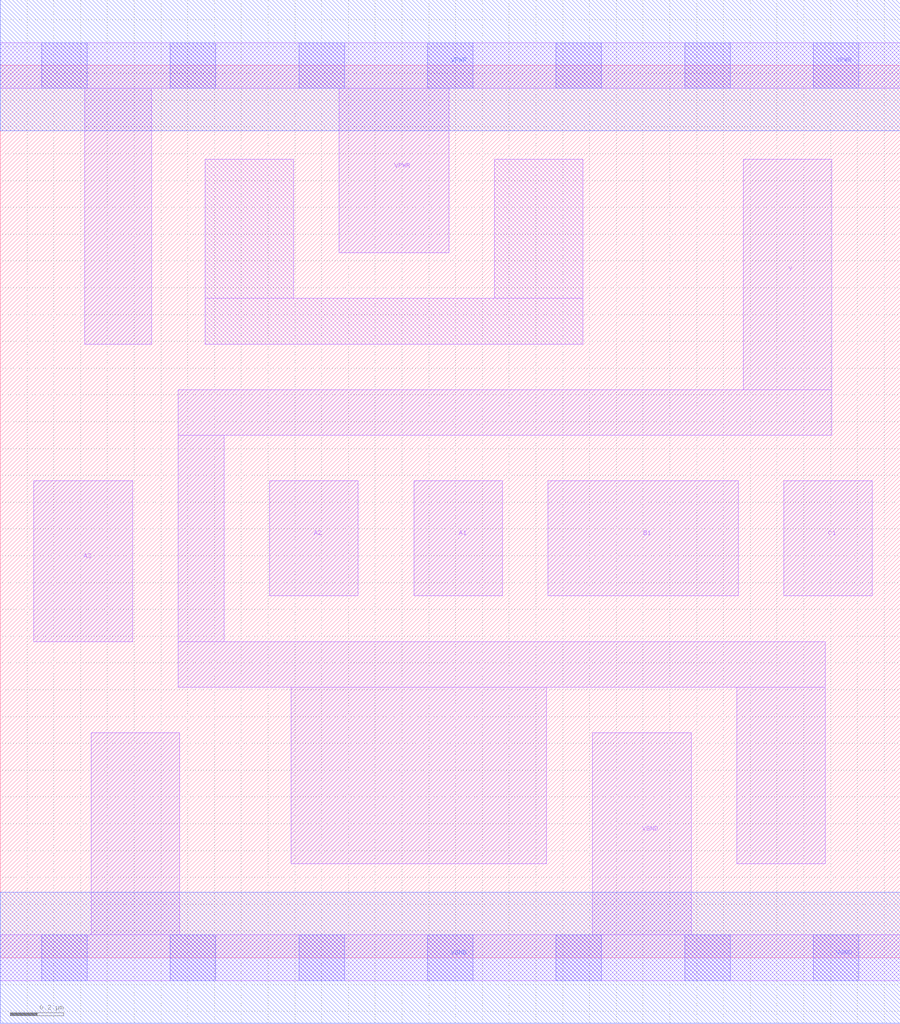
<source format=lef>
# Copyright 2020 The SkyWater PDK Authors
#
# Licensed under the Apache License, Version 2.0 (the "License");
# you may not use this file except in compliance with the License.
# You may obtain a copy of the License at
#
#     https://www.apache.org/licenses/LICENSE-2.0
#
# Unless required by applicable law or agreed to in writing, software
# distributed under the License is distributed on an "AS IS" BASIS,
# WITHOUT WARRANTIES OR CONDITIONS OF ANY KIND, either express or implied.
# See the License for the specific language governing permissions and
# limitations under the License.
#
# SPDX-License-Identifier: Apache-2.0

VERSION 5.7 ;
  NAMESCASESENSITIVE ON ;
  NOWIREEXTENSIONATPIN ON ;
  DIVIDERCHAR "/" ;
  BUSBITCHARS "[]" ;
UNITS
  DATABASE MICRONS 200 ;
END UNITS
MACRO sky130_fd_sc_ms__a311oi_1
  CLASS CORE ;
  SOURCE USER ;
  FOREIGN sky130_fd_sc_ms__a311oi_1 ;
  ORIGIN  0.000000  0.000000 ;
  SIZE  3.360000 BY  3.330000 ;
  SYMMETRY X Y ;
  SITE unit ;
  PIN A1
    ANTENNAGATEAREA  0.312600 ;
    DIRECTION INPUT ;
    USE SIGNAL ;
    PORT
      LAYER li1 ;
        RECT 1.545000 1.350000 1.875000 1.780000 ;
    END
  END A1
  PIN A2
    ANTENNAGATEAREA  0.312600 ;
    DIRECTION INPUT ;
    USE SIGNAL ;
    PORT
      LAYER li1 ;
        RECT 1.005000 1.350000 1.335000 1.780000 ;
    END
  END A2
  PIN A3
    ANTENNAGATEAREA  0.312600 ;
    DIRECTION INPUT ;
    USE SIGNAL ;
    PORT
      LAYER li1 ;
        RECT 0.125000 1.180000 0.495000 1.780000 ;
    END
  END A3
  PIN B1
    ANTENNAGATEAREA  0.312600 ;
    DIRECTION INPUT ;
    USE SIGNAL ;
    PORT
      LAYER li1 ;
        RECT 2.045000 1.350000 2.755000 1.780000 ;
    END
  END B1
  PIN C1
    ANTENNAGATEAREA  0.312600 ;
    DIRECTION INPUT ;
    USE SIGNAL ;
    PORT
      LAYER li1 ;
        RECT 2.925000 1.350000 3.255000 1.780000 ;
    END
  END C1
  PIN Y
    ANTENNADIFFAREA  0.775900 ;
    DIRECTION OUTPUT ;
    USE SIGNAL ;
    PORT
      LAYER li1 ;
        RECT 0.665000 1.010000 3.080000 1.180000 ;
        RECT 0.665000 1.180000 0.835000 1.950000 ;
        RECT 0.665000 1.950000 3.105000 2.120000 ;
        RECT 1.085000 0.350000 2.040000 1.010000 ;
        RECT 2.750000 0.350000 3.080000 1.010000 ;
        RECT 2.775000 2.120000 3.105000 2.980000 ;
    END
  END Y
  PIN VGND
    DIRECTION INOUT ;
    USE GROUND ;
    PORT
      LAYER li1 ;
        RECT 0.000000 -0.085000 3.360000 0.085000 ;
        RECT 0.340000  0.085000 0.670000 0.840000 ;
        RECT 2.210000  0.085000 2.580000 0.840000 ;
      LAYER mcon ;
        RECT 0.155000 -0.085000 0.325000 0.085000 ;
        RECT 0.635000 -0.085000 0.805000 0.085000 ;
        RECT 1.115000 -0.085000 1.285000 0.085000 ;
        RECT 1.595000 -0.085000 1.765000 0.085000 ;
        RECT 2.075000 -0.085000 2.245000 0.085000 ;
        RECT 2.555000 -0.085000 2.725000 0.085000 ;
        RECT 3.035000 -0.085000 3.205000 0.085000 ;
      LAYER met1 ;
        RECT 0.000000 -0.245000 3.360000 0.245000 ;
    END
  END VGND
  PIN VPWR
    DIRECTION INOUT ;
    USE POWER ;
    PORT
      LAYER li1 ;
        RECT 0.000000 3.245000 3.360000 3.415000 ;
        RECT 0.315000 2.290000 0.565000 3.245000 ;
        RECT 1.265000 2.630000 1.675000 3.245000 ;
      LAYER mcon ;
        RECT 0.155000 3.245000 0.325000 3.415000 ;
        RECT 0.635000 3.245000 0.805000 3.415000 ;
        RECT 1.115000 3.245000 1.285000 3.415000 ;
        RECT 1.595000 3.245000 1.765000 3.415000 ;
        RECT 2.075000 3.245000 2.245000 3.415000 ;
        RECT 2.555000 3.245000 2.725000 3.415000 ;
        RECT 3.035000 3.245000 3.205000 3.415000 ;
      LAYER met1 ;
        RECT 0.000000 3.085000 3.360000 3.575000 ;
    END
  END VPWR
  OBS
    LAYER li1 ;
      RECT 0.765000 2.290000 2.175000 2.460000 ;
      RECT 0.765000 2.460000 1.095000 2.980000 ;
      RECT 1.845000 2.460000 2.175000 2.980000 ;
  END
END sky130_fd_sc_ms__a311oi_1

</source>
